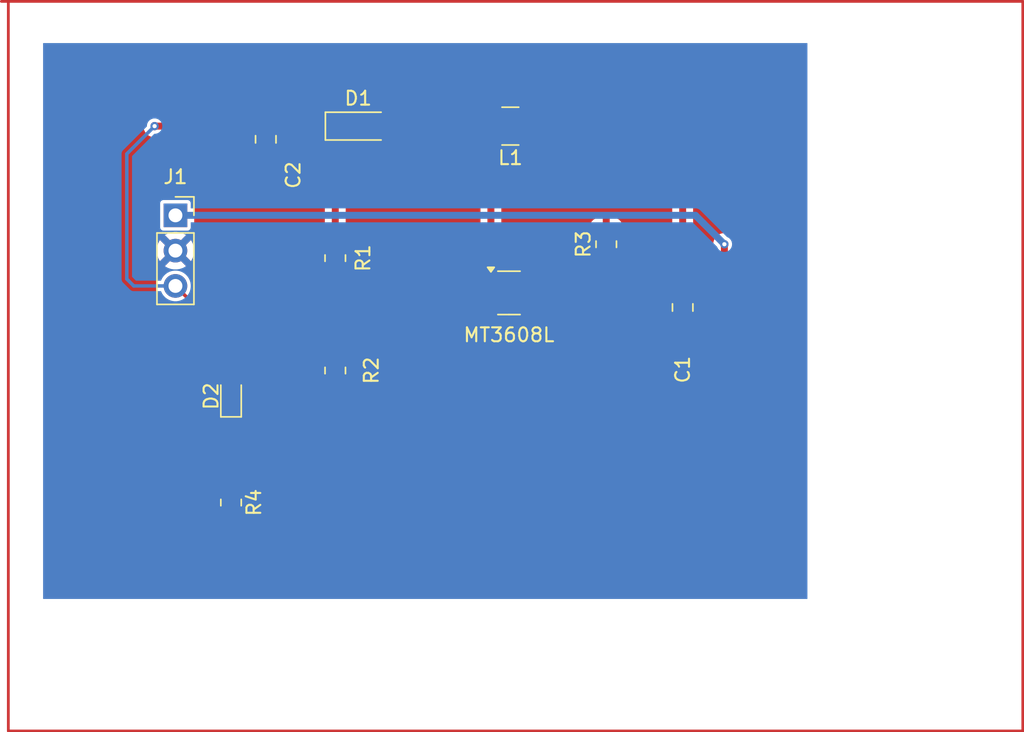
<source format=kicad_pcb>
(kicad_pcb (version 20241229) (generator "pcbnew") (generator_version "9.0")
  (layers (0 "F.Cu" signal) (2 "B.Cu" signal) (13 "F.Paste" user) (15 "B.Paste" user) (5 "F.SilkS" user "F.Silkscreen") (7 "B.SilkS" user "B.Silkscreen") (1 "F.Mask" user) (3 "B.Mask" user) (25 "Edge.Cuts" user))
  (net 0 "")
  (net 1 "VCC")
  (net 2 "GND")
  (net 3 "+5V")
  (net 4 "Net-(D1-A)")
  (net 5 "Net-(D2-K)")
  (net 6 "Net-(U1-FB)")
  (net 7 "Net-(U1-OC)")
  (footprint "Resistor_SMD:R_0805_2012Metric" (layer "F.Cu") (at 28.525 48.0625 -90)
    (property "Reference" "R4" (at 0 -1.65 90) (layer "F.SilkS"))
    (property "Value" "1k")
    (fp_line (start -0.227064 0.735) (end 0.227064 0.735) (stroke (width 0.12)) (layer "F.SilkS"))
    (fp_line (start -0.227064 -0.735) (end 0.227064 -0.735) (stroke (width 0.12)) (layer "F.SilkS"))
    (pad "1" smd roundrect (at -0.9125 0 270) (size 1.025 1.4) (layers "F.Cu" "F.Mask" "F.Paste") (roundrect_rratio 0.243902) (net 5 "Net-(D2-K)"))
    (pad "2" smd roundrect (at 0.9125 0 270) (size 1.025 1.4) (layers "F.Cu" "F.Mask" "F.Paste") (roundrect_rratio 0.243902) (net 2 "GND"))
  )
  (footprint "Capacitor_SMD:C_0805_2012Metric" (layer "F.Cu") (at 31.025 21.925 -90)
    (property "Reference" "C2" (at 2.575 -1.975 90) (layer "F.SilkS"))
    (property "Value" "22uF")
    (fp_line (start -0.261252 0.735) (end 0.261252 0.735) (stroke (width 0.12)) (layer "F.SilkS"))
    (fp_line (start -0.261252 -0.735) (end 0.261252 -0.735) (stroke (width 0.12)) (layer "F.SilkS"))
    (pad "1" smd roundrect (at -0.95 0 270) (size 1 1.45) (layers "F.Cu" "F.Mask" "F.Paste") (net 3 "+5V"))
    (pad "2" smd roundrect (at 0.95 0 270) (size 1 1.45) (layers "F.Cu" "F.Mask" "F.Paste") (net 2 "GND"))
  )
  (footprint "Capacitor_SMD:C_0805_2012Metric" (layer "F.Cu") (at 61.025 34.025 -90)
    (property "Reference" "C1" (at 4.475 0 90) (layer "F.SilkS"))
    (property "Value" "22uF")
    (fp_line (start -0.261252 0.735) (end 0.261252 0.735) (stroke (width 0.12)) (layer "F.SilkS"))
    (fp_line (start -0.261252 -0.735) (end 0.261252 -0.735) (stroke (width 0.12)) (layer "F.SilkS"))
    (pad "1" smd roundrect (at -0.95 0 270) (size 1 1.45) (layers "F.Cu" "F.Mask" "F.Paste") (net 1 "VCC"))
    (pad "2" smd roundrect (at 0.95 0 270) (size 1 1.45) (layers "F.Cu" "F.Mask" "F.Paste") (net 2 "GND"))
  )
  (footprint "Diode_SMD:D_SOD-123" (layer "F.Cu") (at 37.675 20.975)
    (property "Reference" "D1" (at 0 -2 0) (layer "F.SilkS"))
    (property "Value" "D_Schottky" (hide yes))
    (fp_line (start -2.36 -1) (end -2.36 1) (stroke (width 0.12)) (layer "F.SilkS"))
    (fp_line (start -2.36 -1) (end 1.65 -1) (stroke (width 0.12)) (layer "F.SilkS"))
    (fp_line (start -2.36 1) (end 1.65 1) (stroke (width 0.12)) (layer "F.SilkS"))
    (pad "1" smd roundrect (at -1.65 0) (size 0.9 1.2) (layers "F.Cu" "F.Mask" "F.Paste") (net 3 "+5V"))
    (pad "2" smd roundrect (at 1.65 0) (size 0.9 1.2) (layers "F.Cu" "F.Mask" "F.Paste") (net 4 "Net-(D1-A)"))
  )
  (footprint "Package_TO_SOT_SMD:SOT-23-6" (layer "F.Cu") (at 48.525 32.975)
    (property "Reference" "MT3608L" (at 0 3.025 0) (layer "F.SilkS"))
    (property "Value" "~" (hide yes))
    (fp_line (start 0 -1.56) (end -0.8 -1.56) (stroke (width 0.12)) (layer "F.SilkS"))
    (fp_line (start 0 -1.56) (end 0.8 -1.56) (stroke (width 0.12)) (layer "F.SilkS"))
    (fp_line (start 0 1.56) (end -0.8 1.56) (stroke (width 0.12)) (layer "F.SilkS"))
    (fp_line (start 0 1.56) (end 0.8 1.56) (stroke (width 0.12)) (layer "F.SilkS"))
    (fp_poly (pts (xy -1.3 -1.51) (xy -1.54 -1.84) (xy -1.06 -1.84)) (stroke (width 0.12)) (fill yes) (layer "F.SilkS"))
    (pad "1" smd roundrect (at -1.1375 -0.95) (size 1.325 0.6) (layers "F.Cu" "F.Mask" "F.Paste") (net 4 "Net-(D1-A)"))
    (pad "2" smd roundrect (at -1.1375 0) (size 1.325 0.6) (layers "F.Cu" "F.Mask" "F.Paste") (net 2 "GND"))
    (pad "3" smd roundrect (at -1.1375 0.95) (size 1.325 0.6) (layers "F.Cu" "F.Mask" "F.Paste") (net 6 "Net-(U1-FB)"))
    (pad "4" smd roundrect (at 1.1375 0.95) (size 1.325 0.6) (layers "F.Cu" "F.Mask" "F.Paste") (net 1 "VCC"))
    (pad "5" smd roundrect (at 1.1375 0) (size 1.325 0.6) (layers "F.Cu" "F.Mask" "F.Paste") (net 1 "VCC"))
    (pad "6" smd roundrect (at 1.1375 -0.95) (size 1.325 0.6) (layers "F.Cu" "F.Mask" "F.Paste") (net 7 "Net-(U1-OC)"))
  )
  (footprint "LED_SMD:LED_0603_1608Metric" (layer "F.Cu") (at 28.525 40.4125 90)
    (property "Reference" "D2" (at 0 -1.43 90) (layer "F.SilkS"))
    (property "Value" "LED")
    (fp_line (start 0.8 -0.735) (end -1.485 -0.735) (stroke (width 0.12)) (layer "F.SilkS"))
    (fp_line (start -1.485 -0.735) (end -1.485 0.735) (stroke (width 0.12)) (layer "F.SilkS"))
    (fp_line (start -1.485 0.735) (end 0.8 0.735) (stroke (width 0.12)) (layer "F.SilkS"))
    (pad "1" smd roundrect (at -0.7875 0 90) (size 0.875 0.95) (layers "F.Cu" "F.Mask" "F.Paste") (net 5 "Net-(D2-K)"))
    (pad "2" smd roundrect (at 0.7875 0 90) (size 0.875 0.95) (layers "F.Cu" "F.Mask" "F.Paste") (net 3 "+5V"))
  )
  (footprint "Resistor_SMD:R_0805_2012Metric" (layer "F.Cu") (at 55.525 29.475 90)
    (property "Reference" "R3" (at 0 -1.65 90) (layer "F.SilkS"))
    (property "Value" "20k")
    (fp_line (start -0.227064 -0.735) (end 0.227064 -0.735) (stroke (width 0.12)) (layer "F.SilkS"))
    (fp_line (start -0.227064 0.735) (end 0.227064 0.735) (stroke (width 0.12)) (layer "F.SilkS"))
    (pad "1" smd roundrect (at -0.9125 0 90) (size 1.025 1.4) (layers "F.Cu" "F.Mask" "F.Paste") (roundrect_rratio 0.243902) (net 7 "Net-(U1-OC)"))
    (pad "2" smd roundrect (at 0.9125 0 90) (size 1.025 1.4) (layers "F.Cu" "F.Mask" "F.Paste") (roundrect_rratio 0.243902) (net 2 "GND"))
  )
  (footprint "Inductor_SMD:L_1210_3225Metric" (layer "F.Cu") (at 48.625 20.975 180)
    (property "Reference" "L1" (at 0 -2.28 0) (layer "F.SilkS"))
    (property "Value" "L")
    (fp_line (start -0.602064 1.36) (end 0.602064 1.36) (stroke (width 0.12)) (layer "F.SilkS"))
    (fp_line (start -0.602064 -1.36) (end 0.602064 -1.36) (stroke (width 0.12)) (layer "F.SilkS"))
    (pad "1" smd roundrect (at -1.4 0 180) (size 1.25 2.65) (layers "F.Cu" "F.Mask" "F.Paste") (roundrect_rratio 0.2) (net 1 "VCC"))
    (pad "2" smd roundrect (at 1.4 0 180) (size 1.25 2.65) (layers "F.Cu" "F.Mask" "F.Paste") (roundrect_rratio 0.2) (net 4 "Net-(D1-A)"))
  )
  (footprint "Resistor_SMD:R_0805_2012Metric" (layer "F.Cu") (at 36.025 38.5625 -90)
    (property "Reference" "R2" (at 0 -2.6 90) (layer "F.SilkS"))
    (property "Value" "15k")
    (fp_line (start -0.227064 0.735) (end 0.227064 0.735) (stroke (width 0.12)) (layer "F.SilkS"))
    (fp_line (start -0.227064 -0.735) (end 0.227064 -0.735) (stroke (width 0.12)) (layer "F.SilkS"))
    (pad "1" smd roundrect (at -0.9125 0 270) (size 1.025 1.4) (layers "F.Cu" "F.Mask" "F.Paste") (roundrect_rratio 0.243902) (net 6 "Net-(U1-FB)"))
    (pad "2" smd roundrect (at 0.9125 0 270) (size 1.025 1.4) (layers "F.Cu" "F.Mask" "F.Paste") (roundrect_rratio 0.243902) (net 2 "GND"))
  )
  (footprint "Connector_PinSocket_2.54mm:PinSocket_1x03_P2.54mm_Vertical" (layer "F.Cu") (at 24.525 27.395)
    (property "Reference" "J1" (at 0 -2.77 0) (layer "F.SilkS"))
    (property "Value" "Conn_01x03_Pin" (hide yes))
    (fp_line (start -1.33 1.27) (end -1.33 6.41) (stroke (width 0.12)) (layer "F.SilkS"))
    (fp_line (start -1.33 1.27) (end 1.33 1.27) (stroke (width 0.12)) (layer "F.SilkS"))
    (fp_line (start -1.33 6.41) (end 1.33 6.41) (stroke (width 0.12)) (layer "F.SilkS"))
    (fp_line (start 0 -1.33) (end 1.33 -1.33) (stroke (width 0.12)) (layer "F.SilkS"))
    (fp_line (start 1.33 -1.33) (end 1.33 0) (stroke (width 0.12)) (layer "F.SilkS"))
    (fp_line (start 1.33 1.27) (end 1.33 6.41) (stroke (width 0.12)) (layer "F.SilkS"))
    (pad "1" thru_hole rect (at 0 0) (size 1.7 1.7) (drill 1) (layers "*.Cu" "*.Mask") (net 1 "VCC"))
    (pad "2" thru_hole circle (at 0 2.54) (size 1.7 1.7) (drill 1) (layers "*.Cu" "*.Mask") (net 2 "GND"))
    (pad "3" thru_hole circle (at 0 5.08) (size 1.7 1.7) (drill 1) (layers "*.Cu" "*.Mask") (net 3 "+5V"))
  )
  (footprint "Resistor_SMD:R_0805_2012Metric" (layer "F.Cu") (at 36.025 30.475 -90)
    (property "Reference" "R1" (at 0 -2 90) (layer "F.SilkS"))
    (property "Value" "110k")
    (fp_line (start -0.227064 0.735) (end 0.227064 0.735) (stroke (width 0.12)) (layer "F.SilkS"))
    (fp_line (start -0.227064 -0.735) (end 0.227064 -0.735) (stroke (width 0.12)) (layer "F.SilkS"))
    (pad "1" smd roundrect (at -0.9125 0 270) (size 1.025 1.4) (layers "F.Cu" "F.Mask" "F.Paste") (roundrect_rratio 0.243902) (net 3 "+5V"))
    (pad "2" smd roundrect (at 0.9125 0 270) (size 1.025 1.4) (layers "F.Cu" "F.Mask" "F.Paste") (roundrect_rratio 0.243902) (net 6 "Net-(U1-FB)"))
  )
  (gr_line (start 85.5 64.5) (end 85.5 12) (stroke (width 0.2)) (layer "F.Cu"))
  (gr_line (start 12.5 12) (end 12.5 64.5) (stroke (width 0.2)) (layer "F.Cu"))
  (gr_line (start 85.5 12) (end 12 12) (stroke (width 0.2)) (layer "F.Cu"))
  (gr_line (start 12.5 64.5) (end 85.5 64.5) (stroke (width 0.2)) (layer "F.Cu"))
  (gr_text "ME433_Assignment 15\nBy Xuedong Fan" (at 38 47.5 0) (layer "F.Cu") (effects (font (size 1.5 1.5) (thickness 0.3) (bold yes)) (justify left bottom)))
  (segment (start 60.925 32.975) (end 61.025 33.075) (width 0.5) (layer "F.Cu") (net 1))
  (segment (start 49.6625 33.925) (end 51.975 33.925) (width 0.5) (layer "F.Cu") (net 1))
  (segment (start 64.025 30.075) (end 64.025 29.475) (width 0.5) (layer "F.Cu") (net 1))
  (segment (start 50.025 20.975) (end 58.525 20.975) (width 0.5) (layer "F.Cu") (net 1))
  (segment (start 61.025 33.075) (end 64.025 30.075) (width 0.5) (layer "F.Cu") (net 1))
  (segment (start 61.025 23.475) (end 61.025 33.075) (width 0.5) (layer "F.Cu") (net 1))
  (segment (start 52.025 33.975) (end 53.025 32.975) (width 0.5) (layer "F.Cu") (net 1))
  (segment (start 51.975 33.925) (end 52.025 33.975) (width 0.5) (layer "F.Cu") (net 1))
  (segment (start 49.6625 32.975) (end 53.025 32.975) (width 0.5) (layer "F.Cu") (net 1))
  (segment (start 53.025 32.975) (end 60.925 32.975) (width 0.5) (layer "F.Cu") (net 1))
  (segment (start 58.525 20.975) (end 61.025 23.475) (width 0.5) (layer "F.Cu") (net 1))
  (via (at 64.025 29.475) (size 0.6) (drill 0.3) (layers "F.Cu" "B.Cu") (net 1))
  (segment (start 62.525 27.975) (end 64.025 29.475) (width 0.5) (layer "B.Cu") (net 1))
  (segment (start 61.945 27.395) (end 62.525 27.975) (width 0.5) (layer "B.Cu") (net 1))
  (segment (start 24.525 27.395) (end 61.945 27.395) (width 0.5) (layer "B.Cu") (net 1))
  (segment (start 23.025 20.975) (end 36.025 20.975) (width 0.5) (layer "F.Cu") (net 3))
  (segment (start 28.525 36.475) (end 28.525 39.475) (width 0.25) (layer "F.Cu") (net 3))
  (segment (start 36.025 29.5625) (end 36.025 20.975) (width 0.5) (layer "F.Cu") (net 3))
  (segment (start 24.525 32.475) (end 28.525 36.475) (width 0.25) (layer "F.Cu") (net 3))
  (via (at 23.025 20.975) (size 0.6) (drill 0.3) (layers "F.Cu" "B.Cu") (net 3))
  (segment (start 21.525 32.475) (end 21.025 31.975) (width 0.25) (layer "B.Cu") (net 3))
  (segment (start 21.025 22.975) (end 23.025 20.975) (width 0.25) (layer "B.Cu") (net 3))
  (segment (start 21.025 31.975) (end 21.025 22.975) (width 0.25) (layer "B.Cu") (net 3))
  (segment (start 24.525 32.475) (end 21.525 32.475) (width 0.25) (layer "B.Cu") (net 3))
  (segment (start 47.225 31.8625) (end 47.3875 32.025) (width 0.5) (layer "F.Cu") (net 4))
  (segment (start 47.225 20.975) (end 47.225 31.8625) (width 0.5) (layer "F.Cu") (net 4))
  (segment (start 39.325 20.975) (end 47.225 20.975) (width 0.5) (layer "F.Cu") (net 4))
  (segment (start 28.525 41.825) (end 28.525 47.125) (width 0.25) (layer "F.Cu") (net 5))
  (segment (start 36.075 33.925) (end 36.025 33.975) (width 0.5) (layer "F.Cu") (net 6))
  (segment (start 47.3875 33.925) (end 36.075 33.925) (width 0.5) (layer "F.Cu") (net 6))
  (segment (start 36.025 31.3875) (end 36.025 33.975) (width 0.5) (layer "F.Cu") (net 6))
  (segment (start 36.025 33.975) (end 36.025 37.65) (width 0.5) (layer "F.Cu") (net 6))
  (segment (start 54.475 32.025) (end 49.6625 32.025) (width 0.5) (layer "F.Cu") (net 7))
  (segment (start 55.525 30.975) (end 54.475 32.025) (width 0.5) (layer "F.Cu") (net 7))
  (segment (start 55.525 30.3875) (end 55.525 30.975) (width 0.5) (layer "F.Cu") (net 7))
  (zone (net 2) (net_name "GND") (layer "F.Cu") (priority 1) (connect_pads (clearance 0.5)) (min_thickness 0.25) (fill yes (thermal_gap 0.5) (thermal_bridge_width 0.5))
    (polygon (pts (xy 20 18.5) (xy 20 50) (xy 65 50) (xy 65 18.5)))
  )
  (zone (net 2) (net_name "GND") (layer "B.Cu") (connect_pads (clearance 0.25)) (min_thickness 0.025) (fill yes (thermal_gap 0.5) (thermal_bridge_width 0.5))
    (polygon (pts (xy 15 15) (xy 15 55) (xy 70 55) (xy 70 15)))
  )
)
</source>
